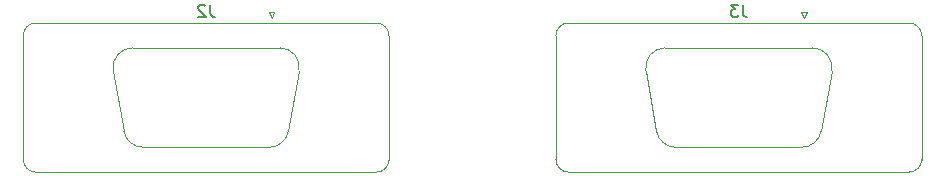
<source format=gbr>
%TF.GenerationSoftware,KiCad,Pcbnew,(6.0.1)*%
%TF.CreationDate,2023-01-17T21:15:05+08:00*%
%TF.ProjectId,TI99Joyadapter,54493939-4a6f-4796-9164-61707465722e,rev?*%
%TF.SameCoordinates,Original*%
%TF.FileFunction,Legend,Bot*%
%TF.FilePolarity,Positive*%
%FSLAX46Y46*%
G04 Gerber Fmt 4.6, Leading zero omitted, Abs format (unit mm)*
G04 Created by KiCad (PCBNEW (6.0.1)) date 2023-01-17 21:15:05*
%MOMM*%
%LPD*%
G01*
G04 APERTURE LIST*
%ADD10C,0.150000*%
%ADD11C,0.120000*%
G04 APERTURE END LIST*
D10*
%TO.C,J2*%
X120743333Y-65872049D02*
X120743333Y-66586335D01*
X120790952Y-66729192D01*
X120886190Y-66824430D01*
X121029047Y-66872049D01*
X121124285Y-66872049D01*
X120314761Y-65967288D02*
X120267142Y-65919669D01*
X120171904Y-65872049D01*
X119933809Y-65872049D01*
X119838571Y-65919669D01*
X119790952Y-65967288D01*
X119743333Y-66062526D01*
X119743333Y-66157764D01*
X119790952Y-66300621D01*
X120362380Y-66872049D01*
X119743333Y-66872049D01*
%TO.C,J3*%
X165843333Y-65872049D02*
X165843333Y-66586335D01*
X165890952Y-66729192D01*
X165986190Y-66824430D01*
X166129047Y-66872049D01*
X166224285Y-66872049D01*
X165462380Y-65872049D02*
X164843333Y-65872049D01*
X165176666Y-66253002D01*
X165033809Y-66253002D01*
X164938571Y-66300621D01*
X164890952Y-66348240D01*
X164843333Y-66443478D01*
X164843333Y-66681573D01*
X164890952Y-66776811D01*
X164938571Y-66824430D01*
X165033809Y-66872049D01*
X165319523Y-66872049D01*
X165414761Y-66824430D01*
X165462380Y-66776811D01*
D11*
%TO.C,J2*%
X126200000Y-66525331D02*
X125700000Y-66525331D01*
X125742421Y-77939669D02*
X115077579Y-77939669D01*
X128276470Y-71467925D02*
X127377202Y-76567925D01*
X125950000Y-66958344D02*
X126200000Y-66525331D01*
X126641689Y-69519669D02*
X114178311Y-69519669D01*
X105985000Y-80039669D02*
X134835000Y-80039669D01*
X135895000Y-78979669D02*
X135895000Y-68479669D01*
X134835000Y-67419669D02*
X105985000Y-67419669D01*
X104925000Y-68479669D02*
X104925000Y-78979669D01*
X125700000Y-66525331D02*
X125950000Y-66958344D01*
X112543530Y-71467925D02*
X113442798Y-76567925D01*
X113442798Y-76567925D02*
G75*
G03*
X115077579Y-77939669I1634780J288255D01*
G01*
X134835000Y-80039669D02*
G75*
G03*
X135895000Y-78979669I-1J1060001D01*
G01*
X125742421Y-77939669D02*
G75*
G03*
X127377202Y-76567925I-2J1660003D01*
G01*
X105985000Y-67419669D02*
G75*
G03*
X104925000Y-68479669I1J-1060001D01*
G01*
X114178311Y-69519669D02*
G75*
G03*
X112543530Y-71467925I-1J-1659999D01*
G01*
X135895000Y-68479669D02*
G75*
G03*
X134835000Y-67419669I-1060001J-1D01*
G01*
X128276470Y-71467925D02*
G75*
G03*
X126641689Y-69519669I-1634780J288257D01*
G01*
X104925000Y-78979669D02*
G75*
G03*
X105985000Y-80039669I1060001J1D01*
G01*
%TO.C,J3*%
X180995000Y-78979669D02*
X180995000Y-68479669D01*
X170842421Y-77939669D02*
X160177579Y-77939669D01*
X150025000Y-68479669D02*
X150025000Y-78979669D01*
X171300000Y-66525331D02*
X170800000Y-66525331D01*
X157643530Y-71467925D02*
X158542798Y-76567925D01*
X171050000Y-66958344D02*
X171300000Y-66525331D01*
X151085000Y-80039669D02*
X179935000Y-80039669D01*
X173376470Y-71467925D02*
X172477202Y-76567925D01*
X179935000Y-67419669D02*
X151085000Y-67419669D01*
X171741689Y-69519669D02*
X159278311Y-69519669D01*
X170800000Y-66525331D02*
X171050000Y-66958344D01*
X150025000Y-78979669D02*
G75*
G03*
X151085000Y-80039669I1060001J1D01*
G01*
X180995000Y-68479669D02*
G75*
G03*
X179935000Y-67419669I-1060001J-1D01*
G01*
X173376470Y-71467925D02*
G75*
G03*
X171741689Y-69519669I-1634780J288257D01*
G01*
X158542798Y-76567925D02*
G75*
G03*
X160177579Y-77939669I1634780J288255D01*
G01*
X170842421Y-77939669D02*
G75*
G03*
X172477202Y-76567925I-2J1660003D01*
G01*
X151085000Y-67419669D02*
G75*
G03*
X150025000Y-68479669I1J-1060001D01*
G01*
X159278311Y-69519669D02*
G75*
G03*
X157643530Y-71467925I-1J-1659999D01*
G01*
X179935000Y-80039669D02*
G75*
G03*
X180995000Y-78979669I-1J1060001D01*
G01*
%TD*%
M02*

</source>
